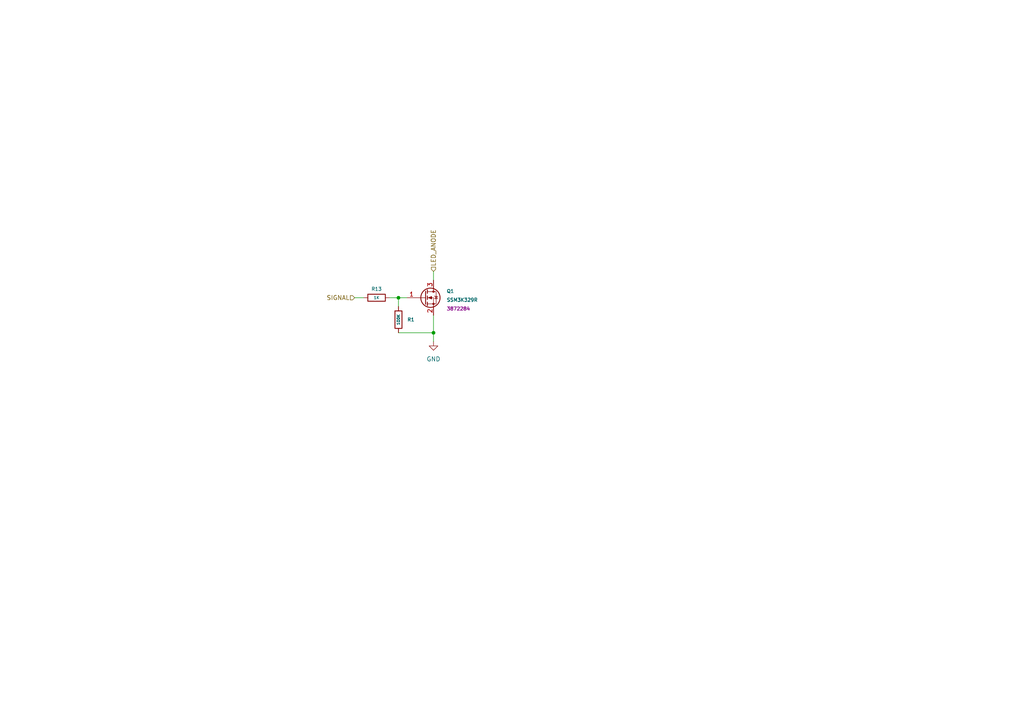
<source format=kicad_sch>
(kicad_sch (version 20230121) (generator eeschema)
  (paper "A4")
  (lib_symbols
    (symbol "Device:R" (pin_numbers hide) (pin_names (offset 0))
      (property "Reference" "R" (at 2.032 0 90))
      (property "Value" "R" (at 0 0 90))
      (symbol "R_0_1"
        (rectangle (start -1.016 -2.54) (end 1.016 2.54) (stroke (width 0.254)))
      )
      (symbol "R_1_1"
        (pin passive line (at 0 3.81 270) (length 1.27) (name "~") (number "1"))
        (pin passive line (at 0 -3.81 90) (length 1.27) (name "~") (number "2"))
      )
    )
    (symbol "Transistor_FET:BSS138" (pin_names hide)
      (property "Reference" "Q" (at 5.08 1.905 0))
      (property "Value" "BSS138" (at 5.08 0 0))
      (symbol "BSS138_0_1"
        (polyline (pts (xy 0.254 0) (xy -2.54 0)))
        (polyline (pts (xy 0.254 1.905) (xy 0.254 -1.905)) (stroke (width 0.254)))
        (polyline (pts (xy 0.762 -1.27) (xy 0.762 -2.286)) (stroke (width 0.254)))
        (polyline (pts (xy 0.762 0.508) (xy 0.762 -0.508)) (stroke (width 0.254)))
        (polyline (pts (xy 0.762 2.286) (xy 0.762 1.27)) (stroke (width 0.254)))
        (polyline (pts (xy 2.54 2.54) (xy 2.54 1.778)))
        (polyline (pts (xy 2.54 -2.54) (xy 2.54 0) (xy 0.762 0)))
        (polyline (pts (xy 0.762 -1.778) (xy 3.302 -1.778) (xy 3.302 1.778) (xy 0.762 1.778)))
        (polyline (pts (xy 1.016 0) (xy 2.032 0.381) (xy 2.032 -0.381) (xy 1.016 0)) (fill (type outline)))
        (polyline (pts (xy 2.794 0.508) (xy 2.921 0.381) (xy 3.683 0.381) (xy 3.81 0.254)))
        (polyline (pts (xy 3.302 0.381) (xy 2.921 -0.254) (xy 3.683 -0.254) (xy 3.302 0.381)))
        (circle (center 1.651 0) (radius 2.794) (stroke (width 0.254)))
        (circle (center 2.54 -1.778) (radius 0.254) (fill (type outline)))
        (circle (center 2.54 1.778) (radius 0.254) (fill (type outline)))
      )
      (symbol "BSS138_1_1"
        (pin input line (at -5.08 0 0) (length 2.54) (name "G") (number "1"))
        (pin passive line (at 2.54 -5.08 90) (length 2.54) (name "S") (number "2"))
        (pin passive line (at 2.54 5.08 270) (length 2.54) (name "D") (number "3"))
      )
    )
    (symbol "power:GND" (power) (pin_names (offset 0))
      (property "Value" "GND" (at 0 -3.81 0))
      (symbol "GND_0_1"
        (polyline (pts (xy 0 0) (xy 0 -1.27) (xy 1.27 -1.27) (xy 0 -2.54) (xy -1.27 -1.27) (xy 0 -1.27)))
      )
      (symbol "GND_1_1"
        (pin power_in line (at 0 0 270) (length 0) hide (name "GND") (number "1"))
      )
    )
  )
  (junction (at 125.73 96.52))
  (junction (at 115.57 86.36))
  (wire (pts (xy 115.57 86.36) (xy 115.57 88.9)))
  (wire (pts (xy 115.57 96.52) (xy 125.73 96.52)))
  (wire (pts (xy 113.03 86.36) (xy 115.57 86.36)))
  (wire (pts (xy 115.57 86.36) (xy 118.11 86.36)))
  (wire (pts (xy 102.87 86.36) (xy 105.41 86.36)))
  (wire (pts (xy 125.73 91.44) (xy 125.73 96.52)))
  (wire (pts (xy 125.73 78.74) (xy 125.73 81.28)))
  (wire (pts (xy 125.73 96.52) (xy 125.73 99.06)))
  (hierarchical_label "LED_ANODE" (shape input) (at 125.73 78.74 90))
  (hierarchical_label "SIGNAL" (shape input) (at 102.87 86.36 180))
  (symbol (lib_id "power:GND") (at 125.73 99.06 0) (unit 1)
    (property "Reference" "#PWR0111" (effects hide))
    (property "Value" "GND" (at 125.73 104.14 0))
    (instances (project "enorme-metapixel" (path "" (reference "#PWR0111") (unit 1)) (path "" (reference "#PWR0112") (unit 1)) (path "" (reference "#PWR0113") (unit 1)) (path "" (reference "#PWR0114") (unit 1)) (path "" (reference "#PWR0115") (unit 1)) (path "" (reference "#PWR0116") (unit 1)) (path "" (reference "#PWR0117") (unit 1)) (path "" (reference "#PWR0118") (unit 1)) (path "" (reference "#PWR0119") (unit 1))))
  )
  (symbol (lib_id "Device:R") (at 109.22 86.36 90) (unit 1)
    (property "Reference" "R13" (at 109.22 83.82 90) (effects (font (size 1 1))))
    (property "Value" "1K" (at 109.22 86.36 90) (effects (font (size 0.8 0.8))))
    (property "Footprint" "Resistor_SMD:R_0603_1608Metric" (effects hide))
    (instances (project "enorme-metapixel" (path "" (reference "R13") (unit 1)) (path "" (reference "R14") (unit 1)) (path "" (reference "R15") (unit 1)) (path "" (reference "R16") (unit 1)) (path "" (reference "R17") (unit 1)) (path "" (reference "R18") (unit 1)) (path "" (reference "R19") (unit 1)) (path "" (reference "R20") (unit 1)) (path "" (reference "R21") (unit 1))))
  )
  (symbol (lib_id "Transistor_FET:BSS138") (at 123.19 86.36 0) (unit 1)
    (property "Reference" "Q1" (at 129.54 84.455 0) (effects (font (size 1 1)) (justify left)))
    (property "Value" "SSM3K329R" (at 129.54 86.995 0) (effects (font (size 1 1)) (justify left)))
    (property "Footprint" "Package_TO_SOT_SMD:SOT-23" (effects hide))
    (property "Datasheet" "https://fr.farnell.com/3872284" (effects hide))
    (property "Farnell" "3872284" (at 129.54 89.535 0) (effects (font (size 1 1)) (justify left)))
    (property "MFR" "SSM3K329R" (effects hide))
    (property "LCSC" "C150127" (effects hide))
    (instances (project "enorme-metapixel" (path "" (reference "Q1") (unit 1)) (path "" (reference "Q2") (unit 1)) (path "" (reference "Q3") (unit 1)) (path "" (reference "Q4") (unit 1)) (path "" (reference "Q5") (unit 1)) (path "" (reference "Q6") (unit 1)) (path "" (reference "Q7") (unit 1)) (path "" (reference "Q8") (unit 1)) (path "" (reference "Q9") (unit 1))))
  )
  (symbol (lib_id "Device:R") (at 115.57 92.71 0) (unit 1)
    (property "Reference" "R1" (at 118.11 92.71 0) (effects (font (size 1 1)) (justify left)))
    (property "Value" "100K" (at 115.57 92.71 90) (effects (font (size 0.8 0.8))))
    (property "Footprint" "Resistor_SMD:R_0603_1608Metric" (effects hide))
    (instances (project "enorme-metapixel" (path "" (reference "R1") (unit 1)) (path "" (reference "R2") (unit 1)) (path "" (reference "R3") (unit 1)) (path "" (reference "R4") (unit 1)) (path "" (reference "R5") (unit 1)) (path "" (reference "R6") (unit 1)) (path "" (reference "R7") (unit 1)) (path "" (reference "R8") (unit 1)) (path "" (reference "R9") (unit 1))))
  )
)
</source>
